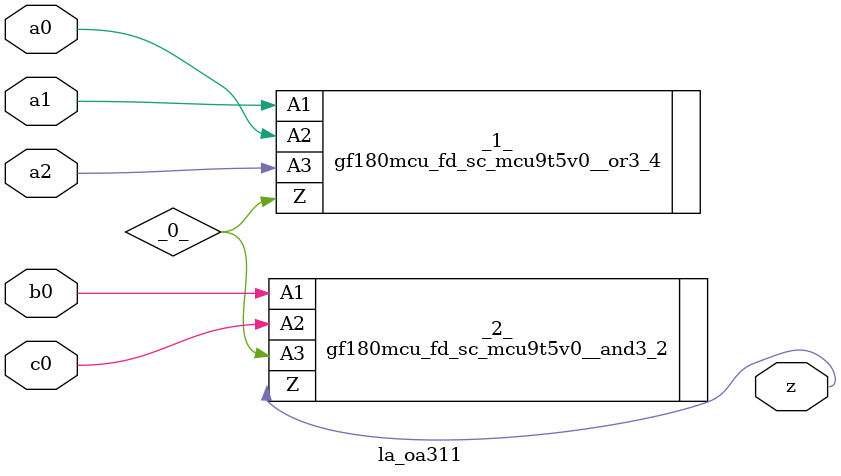
<source format=v>

/* Generated by Yosys 0.37 (git sha1 a5c7f69ed, clang 14.0.0-1ubuntu1.1 -fPIC -Os) */

module la_oa311(a0, a1, a2, b0, c0, z);
  wire _0_;
  input a0;
  wire a0;
  input a1;
  wire a1;
  input a2;
  wire a2;
  input b0;
  wire b0;
  input c0;
  wire c0;
  output z;
  wire z;
  gf180mcu_fd_sc_mcu9t5v0__or3_4 _1_ (
    .A1(a1),
    .A2(a0),
    .A3(a2),
    .Z(_0_)
  );
  gf180mcu_fd_sc_mcu9t5v0__and3_2 _2_ (
    .A1(b0),
    .A2(c0),
    .A3(_0_),
    .Z(z)
  );
endmodule

</source>
